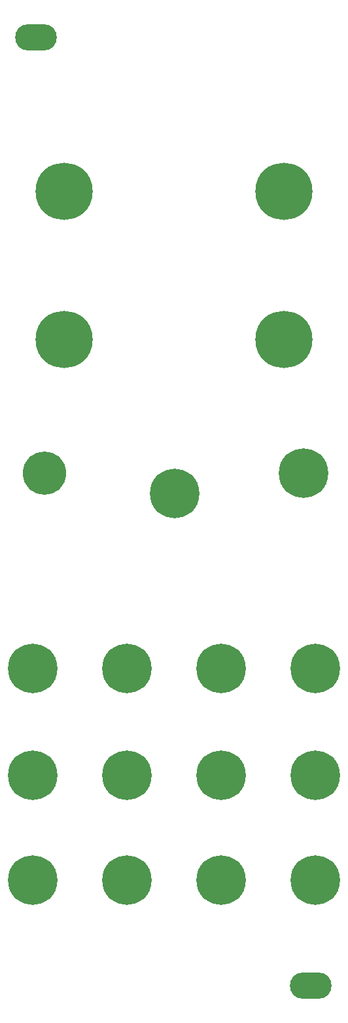
<source format=gbr>
G04 #@! TF.GenerationSoftware,KiCad,Pcbnew,9.0.1*
G04 #@! TF.CreationDate,2025-05-08T16:01:15-05:00*
G04 #@! TF.ProjectId,blank,626c616e-6b2e-46b6-9963-61645f706362,rev?*
G04 #@! TF.SameCoordinates,Original*
G04 #@! TF.FileFunction,Copper,L2,Bot*
G04 #@! TF.FilePolarity,Positive*
%FSLAX46Y46*%
G04 Gerber Fmt 4.6, Leading zero omitted, Abs format (unit mm)*
G04 Created by KiCad (PCBNEW 9.0.1) date 2025-05-08 16:01:15*
%MOMM*%
%LPD*%
G01*
G04 APERTURE LIST*
G04 #@! TA.AperFunction,WasherPad*
%ADD10C,6.400000*%
G04 #@! TD*
G04 #@! TA.AperFunction,WasherPad*
%ADD11O,5.400000X3.400000*%
G04 #@! TD*
G04 #@! TA.AperFunction,WasherPad*
%ADD12C,5.600000*%
G04 #@! TD*
G04 #@! TA.AperFunction,WasherPad*
%ADD13C,7.400000*%
G04 #@! TD*
G04 APERTURE END LIST*
D10*
G04 #@! TO.P,REF\u002A\u002A,*
G04 #@! TO.N,*
X33694999Y-111656952D03*
X33694999Y-125406904D03*
X33694999Y-138995001D03*
D11*
X34045000Y-30095000D03*
D12*
X35194995Y-86383225D03*
D13*
X37720500Y-49999289D03*
X37720500Y-69122311D03*
D10*
X45861694Y-111656903D03*
X45861694Y-125406904D03*
X45861694Y-138995001D03*
X52047894Y-89051597D03*
X58028297Y-111656903D03*
X58028297Y-125406904D03*
X58028297Y-138995001D03*
D13*
X66194996Y-49999289D03*
X66194996Y-69122311D03*
D10*
X68700087Y-86383206D03*
D11*
X69645000Y-152595000D03*
D10*
X70195000Y-111656903D03*
X70195000Y-125406904D03*
X70195000Y-138995001D03*
G04 #@! TD*
M02*

</source>
